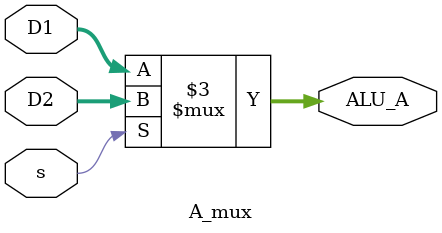
<source format=v>
`timescale 1ns / 1ps


module A_mux(
    input [31:0] D1,
    input [31:0] D2,
    input s,
    output reg [31:0] ALU_A
    );
    always@* begin
        if(s) ALU_A<=D2;
        else ALU_A<=D1;
    end
endmodule

</source>
